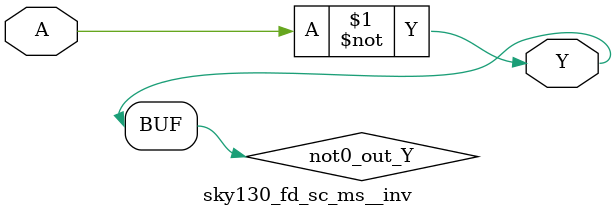
<source format=v>
/*
 * Copyright 2020 The SkyWater PDK Authors
 *
 * Licensed under the Apache License, Version 2.0 (the "License");
 * you may not use this file except in compliance with the License.
 * You may obtain a copy of the License at
 *
 *     https://www.apache.org/licenses/LICENSE-2.0
 *
 * Unless required by applicable law or agreed to in writing, software
 * distributed under the License is distributed on an "AS IS" BASIS,
 * WITHOUT WARRANTIES OR CONDITIONS OF ANY KIND, either express or implied.
 * See the License for the specific language governing permissions and
 * limitations under the License.
 *
 * SPDX-License-Identifier: Apache-2.0
*/


`ifndef SKY130_FD_SC_MS__INV_FUNCTIONAL_V
`define SKY130_FD_SC_MS__INV_FUNCTIONAL_V

/**
 * inv: Inverter.
 *
 * Verilog simulation functional model.
 */

`timescale 1ns / 1ps
`default_nettype none

`celldefine
module sky130_fd_sc_ms__inv (
    Y,
    A
);

    // Module ports
    output Y;
    input  A;

    // Local signals
    wire not0_out_Y;

    //  Name  Output      Other arguments
    not not0 (not0_out_Y, A              );
    buf buf0 (Y         , not0_out_Y     );

endmodule
`endcelldefine

`default_nettype wire
`endif  // SKY130_FD_SC_MS__INV_FUNCTIONAL_V
</source>
